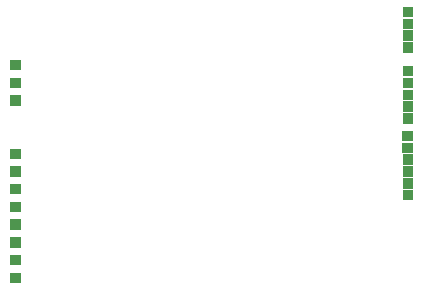
<source format=gbr>
%TF.GenerationSoftware,KiCad,Pcbnew,7.0.9*%
%TF.CreationDate,2024-04-04T22:54:04+08:00*%
%TF.ProjectId,power_module_v0.1,706f7765-725f-46d6-9f64-756c655f7630,rev?*%
%TF.SameCoordinates,Original*%
%TF.FileFunction,Soldermask,Bot*%
%TF.FilePolarity,Negative*%
%FSLAX46Y46*%
G04 Gerber Fmt 4.6, Leading zero omitted, Abs format (unit mm)*
G04 Created by KiCad (PCBNEW 7.0.9) date 2024-04-04 22:54:04*
%MOMM*%
%LPD*%
G01*
G04 APERTURE LIST*
%ADD10C,0.010000*%
G04 APERTURE END LIST*
D10*
X116600000Y-112600000D02*
X117400000Y-112600000D01*
X117400000Y-113400000D01*
X116600000Y-113400000D01*
X116600000Y-112600000D01*
G36*
X116600000Y-112600000D02*
G01*
X117400000Y-112600000D01*
X117400000Y-113400000D01*
X116600000Y-113400000D01*
X116600000Y-112600000D01*
G37*
X116600000Y-111100000D02*
X117400000Y-111100000D01*
X117400000Y-111900000D01*
X116600000Y-111900000D01*
X116600000Y-111100000D01*
G36*
X116600000Y-111100000D02*
G01*
X117400000Y-111100000D01*
X117400000Y-111900000D01*
X116600000Y-111900000D01*
X116600000Y-111100000D01*
G37*
X116600000Y-109600000D02*
X117400000Y-109600000D01*
X117400000Y-110400000D01*
X116600000Y-110400000D01*
X116600000Y-109600000D01*
G36*
X116600000Y-109600000D02*
G01*
X117400000Y-109600000D01*
X117400000Y-110400000D01*
X116600000Y-110400000D01*
X116600000Y-109600000D01*
G37*
X116600000Y-108100000D02*
X117400000Y-108100000D01*
X117400000Y-108900000D01*
X116600000Y-108900000D01*
X116600000Y-108100000D01*
G36*
X116600000Y-108100000D02*
G01*
X117400000Y-108100000D01*
X117400000Y-108900000D01*
X116600000Y-108900000D01*
X116600000Y-108100000D01*
G37*
X116600000Y-106600000D02*
X117400000Y-106600000D01*
X117400000Y-107400000D01*
X116600000Y-107400000D01*
X116600000Y-106600000D01*
G36*
X116600000Y-106600000D02*
G01*
X117400000Y-106600000D01*
X117400000Y-107400000D01*
X116600000Y-107400000D01*
X116600000Y-106600000D01*
G37*
X116600000Y-105100000D02*
X117400000Y-105100000D01*
X117400000Y-105900000D01*
X116600000Y-105900000D01*
X116600000Y-105100000D01*
G36*
X116600000Y-105100000D02*
G01*
X117400000Y-105100000D01*
X117400000Y-105900000D01*
X116600000Y-105900000D01*
X116600000Y-105100000D01*
G37*
X116600000Y-103600000D02*
X117400000Y-103600000D01*
X117400000Y-104400000D01*
X116600000Y-104400000D01*
X116600000Y-103600000D01*
G36*
X116600000Y-103600000D02*
G01*
X117400000Y-103600000D01*
X117400000Y-104400000D01*
X116600000Y-104400000D01*
X116600000Y-103600000D01*
G37*
X116600000Y-102100000D02*
X117400000Y-102100000D01*
X117400000Y-102900000D01*
X116600000Y-102900000D01*
X116600000Y-102100000D01*
G36*
X116600000Y-102100000D02*
G01*
X117400000Y-102100000D01*
X117400000Y-102900000D01*
X116600000Y-102900000D01*
X116600000Y-102100000D01*
G37*
X116600000Y-97600000D02*
X117400000Y-97600000D01*
X117400000Y-98400000D01*
X116600000Y-98400000D01*
X116600000Y-97600000D01*
G36*
X116600000Y-97600000D02*
G01*
X117400000Y-97600000D01*
X117400000Y-98400000D01*
X116600000Y-98400000D01*
X116600000Y-97600000D01*
G37*
X116600000Y-96100000D02*
X117400000Y-96100000D01*
X117400000Y-96900000D01*
X116600000Y-96900000D01*
X116600000Y-96100000D01*
G36*
X116600000Y-96100000D02*
G01*
X117400000Y-96100000D01*
X117400000Y-96900000D01*
X116600000Y-96900000D01*
X116600000Y-96100000D01*
G37*
X116600000Y-94600000D02*
X117400000Y-94600000D01*
X117400000Y-95400000D01*
X116600000Y-95400000D01*
X116600000Y-94600000D01*
G36*
X116600000Y-94600000D02*
G01*
X117400000Y-94600000D01*
X117400000Y-95400000D01*
X116600000Y-95400000D01*
X116600000Y-94600000D01*
G37*
X149850000Y-105600000D02*
X150650000Y-105600000D01*
X150650000Y-106400000D01*
X149850000Y-106400000D01*
X149850000Y-105600000D01*
G36*
X149850000Y-105600000D02*
G01*
X150650000Y-105600000D01*
X150650000Y-106400000D01*
X149850000Y-106400000D01*
X149850000Y-105600000D01*
G37*
X149850000Y-104600000D02*
X150650000Y-104600000D01*
X150650000Y-105400000D01*
X149850000Y-105400000D01*
X149850000Y-104600000D01*
G36*
X149850000Y-104600000D02*
G01*
X150650000Y-104600000D01*
X150650000Y-105400000D01*
X149850000Y-105400000D01*
X149850000Y-104600000D01*
G37*
X149850000Y-103600000D02*
X150650000Y-103600000D01*
X150650000Y-104400000D01*
X149850000Y-104400000D01*
X149850000Y-103600000D01*
G36*
X149850000Y-103600000D02*
G01*
X150650000Y-103600000D01*
X150650000Y-104400000D01*
X149850000Y-104400000D01*
X149850000Y-103600000D01*
G37*
X149850000Y-102600000D02*
X150650000Y-102600000D01*
X150650000Y-103400000D01*
X149850000Y-103400000D01*
X149850000Y-102600000D01*
G36*
X149850000Y-102600000D02*
G01*
X150650000Y-102600000D01*
X150650000Y-103400000D01*
X149850000Y-103400000D01*
X149850000Y-102600000D01*
G37*
X149850000Y-90100000D02*
X150650000Y-90100000D01*
X150650000Y-90900000D01*
X149850000Y-90900000D01*
X149850000Y-90100000D01*
G36*
X149850000Y-90100000D02*
G01*
X150650000Y-90100000D01*
X150650000Y-90900000D01*
X149850000Y-90900000D01*
X149850000Y-90100000D01*
G37*
X149850000Y-91100000D02*
X150650000Y-91100000D01*
X150650000Y-91900000D01*
X149850000Y-91900000D01*
X149850000Y-91100000D01*
G36*
X149850000Y-91100000D02*
G01*
X150650000Y-91100000D01*
X150650000Y-91900000D01*
X149850000Y-91900000D01*
X149850000Y-91100000D01*
G37*
X149850000Y-92100000D02*
X150650000Y-92100000D01*
X150650000Y-92900000D01*
X149850000Y-92900000D01*
X149850000Y-92100000D01*
G36*
X149850000Y-92100000D02*
G01*
X150650000Y-92100000D01*
X150650000Y-92900000D01*
X149850000Y-92900000D01*
X149850000Y-92100000D01*
G37*
X149850000Y-93100000D02*
X150650000Y-93100000D01*
X150650000Y-93900000D01*
X149850000Y-93900000D01*
X149850000Y-93100000D01*
G36*
X149850000Y-93100000D02*
G01*
X150650000Y-93100000D01*
X150650000Y-93900000D01*
X149850000Y-93900000D01*
X149850000Y-93100000D01*
G37*
X149850000Y-95100000D02*
X150650000Y-95100000D01*
X150650000Y-95900000D01*
X149850000Y-95900000D01*
X149850000Y-95100000D01*
G36*
X149850000Y-95100000D02*
G01*
X150650000Y-95100000D01*
X150650000Y-95900000D01*
X149850000Y-95900000D01*
X149850000Y-95100000D01*
G37*
X149850000Y-96100000D02*
X150650000Y-96100000D01*
X150650000Y-96900000D01*
X149850000Y-96900000D01*
X149850000Y-96100000D01*
G36*
X149850000Y-96100000D02*
G01*
X150650000Y-96100000D01*
X150650000Y-96900000D01*
X149850000Y-96900000D01*
X149850000Y-96100000D01*
G37*
X149850000Y-97100000D02*
X150650000Y-97100000D01*
X150650000Y-97900000D01*
X149850000Y-97900000D01*
X149850000Y-97100000D01*
G36*
X149850000Y-97100000D02*
G01*
X150650000Y-97100000D01*
X150650000Y-97900000D01*
X149850000Y-97900000D01*
X149850000Y-97100000D01*
G37*
X149850000Y-98100000D02*
X150650000Y-98100000D01*
X150650000Y-98900000D01*
X149850000Y-98900000D01*
X149850000Y-98100000D01*
G36*
X149850000Y-98100000D02*
G01*
X150650000Y-98100000D01*
X150650000Y-98900000D01*
X149850000Y-98900000D01*
X149850000Y-98100000D01*
G37*
X149850000Y-99100000D02*
X150650000Y-99100000D01*
X150650000Y-99900000D01*
X149850000Y-99900000D01*
X149850000Y-99100000D01*
G36*
X149850000Y-99100000D02*
G01*
X150650000Y-99100000D01*
X150650000Y-99900000D01*
X149850000Y-99900000D01*
X149850000Y-99100000D01*
G37*
X149800000Y-100600000D02*
X150600000Y-100600000D01*
X150600000Y-101400000D01*
X149800000Y-101400000D01*
X149800000Y-100600000D01*
G36*
X149800000Y-100600000D02*
G01*
X150600000Y-100600000D01*
X150600000Y-101400000D01*
X149800000Y-101400000D01*
X149800000Y-100600000D01*
G37*
X149800000Y-101600000D02*
X150600000Y-101600000D01*
X150600000Y-102400000D01*
X149800000Y-102400000D01*
X149800000Y-101600000D01*
G36*
X149800000Y-101600000D02*
G01*
X150600000Y-101600000D01*
X150600000Y-102400000D01*
X149800000Y-102400000D01*
X149800000Y-101600000D01*
G37*
M02*

</source>
